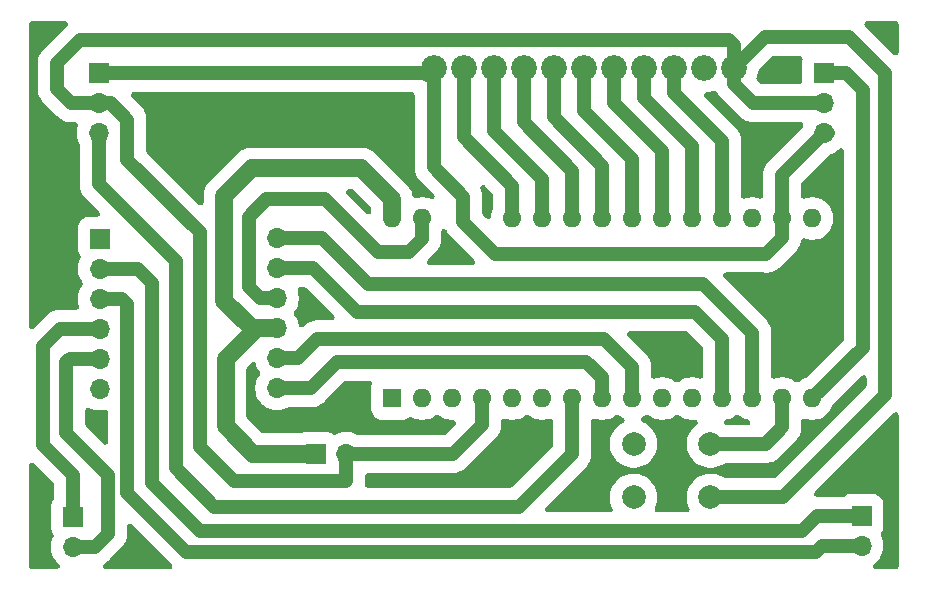
<source format=gbr>
%TF.GenerationSoftware,KiCad,Pcbnew,9.0.3*%
%TF.CreationDate,2025-09-16T13:15:06-03:00*%
%TF.ProjectId,ProjetoSeguidorDeLinhaV2,50726f6a-6574-46f5-9365-677569646f72,rev?*%
%TF.SameCoordinates,Original*%
%TF.FileFunction,Copper,L2,Bot*%
%TF.FilePolarity,Positive*%
%FSLAX46Y46*%
G04 Gerber Fmt 4.6, Leading zero omitted, Abs format (unit mm)*
G04 Created by KiCad (PCBNEW 9.0.3) date 2025-09-16 13:15:06*
%MOMM*%
%LPD*%
G01*
G04 APERTURE LIST*
%TA.AperFunction,ComponentPad*%
%ADD10O,1.600000X1.600000*%
%TD*%
%TA.AperFunction,ComponentPad*%
%ADD11R,1.600000X1.600000*%
%TD*%
%TA.AperFunction,ComponentPad*%
%ADD12C,2.000000*%
%TD*%
%TA.AperFunction,ComponentPad*%
%ADD13O,1.700000X1.700000*%
%TD*%
%TA.AperFunction,ComponentPad*%
%ADD14R,1.700000X1.700000*%
%TD*%
%TA.AperFunction,ComponentPad*%
%ADD15C,2.184400*%
%TD*%
%TA.AperFunction,Conductor*%
%ADD16C,1.200000*%
%TD*%
%TA.AperFunction,Conductor*%
%ADD17C,1.500000*%
%TD*%
G04 APERTURE END LIST*
D10*
%TO.P,A1,30,VIN*%
%TO.N,Net-(A1-VIN)*%
X164050000Y-81770000D03*
%TO.P,A1,29,GND*%
%TO.N,GND*%
X166590000Y-81770000D03*
%TO.P,A1,26,A7*%
%TO.N,Net-(A1-A7)*%
X174210000Y-81770000D03*
%TO.P,A1,25,A6*%
%TO.N,Net-(A1-A6)*%
X176750000Y-81770000D03*
%TO.P,A1,24,A5*%
%TO.N,Net-(A1-A5)*%
X179290000Y-81770000D03*
%TO.P,A1,23,A4*%
%TO.N,Net-(A1-A4)*%
X181830000Y-81770000D03*
%TO.P,A1,22,A3*%
%TO.N,Net-(A1-A3)*%
X184370000Y-81770000D03*
%TO.P,A1,21,A2*%
%TO.N,Net-(A1-A2)*%
X186910000Y-81770000D03*
%TO.P,A1,20,A1*%
%TO.N,Net-(A1-A1)*%
X189450000Y-81770000D03*
%TO.P,A1,19,A0*%
%TO.N,Net-(A1-A0)*%
X191990000Y-81770000D03*
%TO.P,A1,18,AREF*%
%TO.N,unconnected-(A1-AREF-Pad18)*%
X194530000Y-81770000D03*
%TO.P,A1,17,3V3*%
%TO.N,Net-(A1-3V3)*%
X197070000Y-81770000D03*
%TO.P,A1,16,D13*%
%TO.N,unconnected-(A1-D13-Pad16)*%
X199610000Y-81770000D03*
%TO.P,A1,15,D12*%
%TO.N,Net-(A1-D12)*%
X199610000Y-97010000D03*
%TO.P,A1,14,D11*%
%TO.N,Net-(A1-D11)*%
X197070000Y-97010000D03*
%TO.P,A1,13,D10*%
%TO.N,Net-(A1-D10)*%
X194530000Y-97010000D03*
%TO.P,A1,12,D9*%
%TO.N,Net-(A1-D9)*%
X191990000Y-97010000D03*
%TO.P,A1,11,D8*%
%TO.N,unconnected-(A1-D8-Pad11)*%
X189450000Y-97010000D03*
%TO.P,A1,10,D7*%
%TO.N,unconnected-(A1-D7-Pad10)*%
X186910000Y-97010000D03*
%TO.P,A1,9,D6*%
%TO.N,Net-(A1-D6)*%
X184370000Y-97010000D03*
%TO.P,A1,8,D5*%
%TO.N,Net-(A1-D5)*%
X181830000Y-97010000D03*
%TO.P,A1,7,D4*%
%TO.N,Net-(A1-D4)*%
X179290000Y-97010000D03*
%TO.P,A1,6,D3*%
%TO.N,unconnected-(A1-D3-Pad6)*%
X176750000Y-97010000D03*
%TO.P,A1,5,D2*%
%TO.N,unconnected-(A1-D2-Pad5)*%
X174210000Y-97010000D03*
%TO.P,A1,4,GND*%
%TO.N,GND*%
X171670000Y-97010000D03*
%TO.P,A1,3,~{RESET}*%
%TO.N,unconnected-(A1-~{RESET}-Pad3)*%
X169130000Y-97010000D03*
%TO.P,A1,2,D0/RX*%
%TO.N,unconnected-(A1-D0{slash}RX-Pad2)*%
X166590000Y-97010000D03*
D11*
%TO.P,A1,1,D1/TX*%
%TO.N,unconnected-(A1-D1{slash}TX-Pad1)*%
X164050000Y-97010000D03*
%TD*%
D12*
%TO.P,SW1,2,2*%
%TO.N,Net-(A1-D11)*%
X184500000Y-100870000D03*
X191000000Y-100870000D03*
%TO.P,SW1,1,1*%
%TO.N,GND*%
X184500000Y-105370000D03*
X191000000Y-105370000D03*
%TD*%
D13*
%TO.P,J5,2,Pin_2*%
%TO.N,Net-(J5-Pin_2)*%
X203800000Y-109465000D03*
D14*
%TO.P,J5,1,Pin_1*%
%TO.N,Net-(J5-Pin_1)*%
X203800000Y-106925000D03*
%TD*%
D13*
%TO.P,J4,2,Pin_2*%
%TO.N,Net-(J4-Pin_2)*%
X137010000Y-109585000D03*
D14*
%TO.P,J4,1,Pin_1*%
%TO.N,Net-(J4-Pin_1)*%
X137010000Y-107045000D03*
%TD*%
%TO.P,J3,1,Pin_1*%
%TO.N,Net-(A1-D12)*%
X200600000Y-69460000D03*
D13*
%TO.P,J3,2,Pin_2*%
%TO.N,GND*%
X200600000Y-72000000D03*
%TO.P,J3,3,Pin_3*%
%TO.N,Net-(A1-3V3)*%
X200600000Y-74540000D03*
%TD*%
D14*
%TO.P,U2,1,~{SLEEP}*%
%TO.N,unconnected-(U2-~{SLEEP}-Pad1)*%
X139303000Y-83474500D03*
D13*
%TO.P,U2,2,IN4*%
%TO.N,Net-(A1-D10)*%
X154303000Y-83445500D03*
%TO.P,U2,3,OUT1*%
%TO.N,Net-(J5-Pin_1)*%
X139303000Y-86014500D03*
%TO.P,U2,4,IN3*%
%TO.N,Net-(A1-D9)*%
X154303000Y-85985500D03*
%TO.P,U2,5,OUT2*%
%TO.N,Net-(J5-Pin_2)*%
X139303000Y-88554500D03*
%TO.P,U2,6,GND*%
%TO.N,GND*%
X154303000Y-88525500D03*
%TO.P,U2,7,OUT3*%
%TO.N,Net-(J4-Pin_1)*%
X139303000Y-91094500D03*
%TO.P,U2,8,VINT*%
%TO.N,Net-(A1-VIN)*%
X154303000Y-91065500D03*
%TO.P,U2,9,OUT4*%
%TO.N,Net-(J4-Pin_2)*%
X139303000Y-93634500D03*
%TO.P,U2,10,IN2*%
%TO.N,Net-(A1-D6)*%
X154303000Y-93605500D03*
%TO.P,U2,11,~{FAULT}*%
%TO.N,unconnected-(U2-~{FAULT}-Pad11)*%
X139303000Y-96174500D03*
%TO.P,U2,12,IN1*%
%TO.N,Net-(A1-D5)*%
X154303000Y-96145500D03*
%TD*%
D14*
%TO.P,J1,1,Pin_1*%
%TO.N,Net-(A1-VIN)*%
X157625000Y-101700000D03*
D13*
%TO.P,J1,2,Pin_2*%
%TO.N,GND*%
X160165000Y-101700000D03*
%TD*%
D14*
%TO.P,J2,1,Pin_1*%
%TO.N,Net-(A1-3V3)*%
X139200000Y-69475000D03*
D13*
%TO.P,J2,2,Pin_2*%
%TO.N,GND*%
X139200000Y-72015000D03*
%TO.P,J2,3,Pin_3*%
%TO.N,Net-(A1-D4)*%
X139200000Y-74555000D03*
%TD*%
D15*
%TO.P,U1,3V3,3V3*%
%TO.N,Net-(A1-3V3)*%
X167560000Y-69000000D03*
%TO.P,U1,GND,GND*%
%TO.N,GND*%
X192980000Y-69000000D03*
%TO.P,U1,LED1,LED1*%
%TO.N,Net-(A1-A0)*%
X187920000Y-69000000D03*
%TO.P,U1,LED2,LED2*%
%TO.N,Net-(A1-A1)*%
X185380000Y-69000000D03*
%TO.P,U1,LED3,LED3*%
%TO.N,Net-(A1-A2)*%
X182840000Y-69000000D03*
%TO.P,U1,LED4,LED4*%
%TO.N,Net-(A1-A3)*%
X180300000Y-69000000D03*
%TO.P,U1,LED5,LED5*%
%TO.N,Net-(A1-A4)*%
X177760000Y-69000000D03*
%TO.P,U1,LED6,LED6*%
%TO.N,Net-(A1-A5)*%
X175220000Y-69000000D03*
%TO.P,U1,LED7,LED7*%
%TO.N,Net-(A1-A6)*%
X172680000Y-69000000D03*
%TO.P,U1,LED8,LED8*%
%TO.N,Net-(A1-A7)*%
X170140000Y-69000000D03*
%TO.P,U1,LED_ON,LED_ON*%
%TO.N,unconnected-(U1-PadLED_ON)*%
X190460000Y-69000000D03*
%TD*%
D16*
%TO.N,GND*%
X205820000Y-69460000D02*
X202760000Y-66400000D01*
X205820000Y-96680000D02*
X205820000Y-69460000D01*
X202760000Y-66400000D02*
X195580000Y-66400000D01*
X195580000Y-66400000D02*
X192980000Y-69000000D01*
X197130000Y-105370000D02*
X205820000Y-96680000D01*
X191000000Y-105370000D02*
X197130000Y-105370000D01*
%TO.N,Net-(A1-D12)*%
X202470000Y-69460000D02*
X200600000Y-69460000D01*
X203920000Y-70910000D02*
X202470000Y-69460000D01*
X203920000Y-92700000D02*
X203920000Y-70910000D01*
X199610000Y-97010000D02*
X203920000Y-92700000D01*
%TO.N,Net-(J5-Pin_1)*%
X142514500Y-86014500D02*
X139303000Y-86014500D01*
X147750000Y-108220000D02*
X143710000Y-104180000D01*
X198730000Y-108220000D02*
X147750000Y-108220000D01*
X143710000Y-87210000D02*
X142514500Y-86014500D01*
X200025000Y-106925000D02*
X198730000Y-108220000D01*
X203800000Y-106925000D02*
X200025000Y-106925000D01*
X143710000Y-104180000D02*
X143710000Y-87210000D01*
%TO.N,Net-(J5-Pin_2)*%
X141630000Y-89030000D02*
X141154500Y-88554500D01*
X146610000Y-109990000D02*
X141630000Y-105010000D01*
X141630000Y-105010000D02*
X141630000Y-89030000D01*
X200445000Y-109465000D02*
X199920000Y-109990000D01*
X141154500Y-88554500D02*
X139303000Y-88554500D01*
X203800000Y-109465000D02*
X200445000Y-109465000D01*
X199920000Y-109990000D02*
X146610000Y-109990000D01*
%TO.N,Net-(A1-D4)*%
X145720000Y-85410000D02*
X139200000Y-78890000D01*
X145720000Y-102900000D02*
X145720000Y-85410000D01*
X148990000Y-106170000D02*
X145720000Y-102900000D01*
X174830000Y-106170000D02*
X148990000Y-106170000D01*
X179290000Y-101710000D02*
X174830000Y-106170000D01*
X179290000Y-97010000D02*
X179290000Y-101710000D01*
X139200000Y-78890000D02*
X139200000Y-74555000D01*
%TO.N,GND*%
X140245000Y-72025000D02*
X140255000Y-72015000D01*
X140255000Y-72015000D02*
X139200000Y-72015000D01*
X141640000Y-73420000D02*
X140245000Y-72025000D01*
X147760000Y-82910000D02*
X141640000Y-76790000D01*
X160110000Y-103990000D02*
X150640000Y-103990000D01*
X160165000Y-103935000D02*
X160110000Y-103990000D01*
X147760000Y-101110000D02*
X147760000Y-82910000D01*
X141640000Y-76790000D02*
X141640000Y-73420000D01*
X160165000Y-101700000D02*
X160165000Y-103935000D01*
X150640000Y-103990000D02*
X147760000Y-101110000D01*
%TO.N,Net-(A1-A1)*%
X189450000Y-75650000D02*
X185380000Y-71580000D01*
X189450000Y-81770000D02*
X189450000Y-75650000D01*
X185380000Y-71580000D02*
X185380000Y-69000000D01*
%TO.N,Net-(A1-A3)*%
X180280000Y-72650000D02*
X184370000Y-76740000D01*
X184370000Y-76740000D02*
X184370000Y-81770000D01*
X180280000Y-69000000D02*
X180280000Y-72650000D01*
%TO.N,GND*%
X194600000Y-72000000D02*
X200600000Y-72000000D01*
X154303000Y-88525500D02*
X152875500Y-88525500D01*
X162850000Y-84600000D02*
X165500000Y-84600000D01*
X192980000Y-69000000D02*
X192980000Y-67080000D01*
X151900000Y-87550000D02*
X151900000Y-81620000D01*
X171670000Y-99230000D02*
X171670000Y-97010000D01*
X137600000Y-66670000D02*
X135660000Y-68610000D01*
X169200000Y-101700000D02*
X171670000Y-99230000D01*
X160165000Y-101700000D02*
X169200000Y-101700000D01*
X192980000Y-69000000D02*
X192980000Y-70380000D01*
X192980000Y-70380000D02*
X194600000Y-72000000D01*
X151900000Y-81620000D02*
X153370000Y-80150000D01*
X192570000Y-66670000D02*
X137600000Y-66670000D01*
X193280000Y-68680000D02*
X193300000Y-68680000D01*
X152875500Y-88525500D02*
X151900000Y-87550000D01*
X165500000Y-84600000D02*
X166590000Y-83510000D01*
X153370000Y-80150000D02*
X158400000Y-80150000D01*
X193300000Y-68680000D02*
X192980000Y-69000000D01*
X192980000Y-67080000D02*
X192570000Y-66670000D01*
X166590000Y-83510000D02*
X166590000Y-81770000D01*
X135660000Y-70810000D02*
X136865000Y-72015000D01*
X136865000Y-72015000D02*
X139200000Y-72015000D01*
X158400000Y-80150000D02*
X162850000Y-84600000D01*
X135660000Y-68610000D02*
X135660000Y-70810000D01*
%TO.N,Net-(A1-D6)*%
X184370000Y-94370000D02*
X184370000Y-97010000D01*
X182000000Y-92000000D02*
X184370000Y-94370000D01*
X154318500Y-93590000D02*
X156100000Y-93590000D01*
X157690000Y-92000000D02*
X182000000Y-92000000D01*
X154303000Y-93605500D02*
X154318500Y-93590000D01*
X156100000Y-93590000D02*
X157690000Y-92000000D01*
%TO.N,Net-(A1-D5)*%
X181830000Y-95230000D02*
X180500000Y-93900000D01*
X181830000Y-97010000D02*
X181830000Y-95230000D01*
X157154500Y-96145500D02*
X154303000Y-96145500D01*
X180500000Y-93900000D02*
X159400000Y-93900000D01*
X159400000Y-93900000D02*
X157154500Y-96145500D01*
D17*
%TO.N,Net-(A1-VIN)*%
X149830000Y-88750000D02*
X152145500Y-91065500D01*
X152145500Y-91065500D02*
X152574500Y-91065500D01*
X164050000Y-81770000D02*
X164050000Y-80140000D01*
X161430000Y-77520000D02*
X152150000Y-77520000D01*
X157625000Y-101700000D02*
X152310000Y-101700000D01*
X152310000Y-101700000D02*
X149960000Y-99350000D01*
X152574500Y-91065500D02*
X154303000Y-91065500D01*
X164050000Y-80140000D02*
X161430000Y-77520000D01*
X149830000Y-79840000D02*
X149830000Y-88750000D01*
X149960000Y-93680000D02*
X152574500Y-91065500D01*
X149960000Y-99350000D02*
X149960000Y-93680000D01*
X152150000Y-77520000D02*
X149830000Y-79840000D01*
D16*
%TO.N,Net-(A1-A0)*%
X191990000Y-81770000D02*
X191990000Y-75220000D01*
X191990000Y-75220000D02*
X187920000Y-71150000D01*
X187920000Y-71150000D02*
X187920000Y-69000000D01*
%TO.N,Net-(A1-D4)*%
X139200000Y-74555000D02*
X139255000Y-74610000D01*
%TO.N,Net-(A1-D9)*%
X161100000Y-89700000D02*
X157385500Y-85985500D01*
X191990000Y-91990000D02*
X189700000Y-89700000D01*
X191990000Y-97010000D02*
X191990000Y-91990000D01*
X157385500Y-85985500D02*
X154303000Y-85985500D01*
X189700000Y-89700000D02*
X161100000Y-89700000D01*
%TO.N,Net-(A1-A5)*%
X175200000Y-73640000D02*
X179290000Y-77730000D01*
X179290000Y-77730000D02*
X179290000Y-81770000D01*
X175200000Y-69000000D02*
X175200000Y-73640000D01*
%TO.N,Net-(A1-A2)*%
X186910000Y-76090000D02*
X186910000Y-81770000D01*
X182820000Y-69000000D02*
X182820000Y-72000000D01*
X182820000Y-72000000D02*
X186910000Y-76090000D01*
%TO.N,Net-(A1-A4)*%
X181830000Y-77300000D02*
X181830000Y-81770000D01*
X177740000Y-73210000D02*
X181830000Y-77300000D01*
X177740000Y-69000000D02*
X177740000Y-73210000D01*
%TO.N,Net-(A1-3V3)*%
X172750000Y-84740000D02*
X170090000Y-82080000D01*
X197070000Y-81770000D02*
X197070000Y-83430000D01*
X195740000Y-84760000D02*
X195720000Y-84740000D01*
X167560000Y-77430000D02*
X167560000Y-69000000D01*
X170090000Y-79960000D02*
X167560000Y-77430000D01*
X197120000Y-81720000D02*
X197070000Y-81770000D01*
X197070000Y-78070000D02*
X200600000Y-74540000D01*
X197070000Y-81770000D02*
X197070000Y-78070000D01*
D17*
X167085000Y-69475000D02*
X167560000Y-69000000D01*
D16*
X195720000Y-84740000D02*
X172750000Y-84740000D01*
X139200000Y-69475000D02*
X167085000Y-69475000D01*
X200600000Y-74540000D02*
X200940000Y-74540000D01*
X170090000Y-82080000D02*
X170090000Y-79960000D01*
X197070000Y-83430000D02*
X195740000Y-84760000D01*
%TO.N,Net-(A1-A6)*%
X172660000Y-69000000D02*
X172660000Y-74360000D01*
X176750000Y-78450000D02*
X176750000Y-81770000D01*
X172660000Y-74360000D02*
X176750000Y-78450000D01*
%TO.N,Net-(A1-A7)*%
X170120000Y-74910000D02*
X174210000Y-79000000D01*
X170120000Y-69000000D02*
X170120000Y-74910000D01*
X174210000Y-79000000D02*
X174210000Y-81770000D01*
%TO.N,Net-(A1-D10)*%
X158145500Y-83445500D02*
X162000000Y-87300000D01*
X162000000Y-87300000D02*
X190400000Y-87300000D01*
X190400000Y-87300000D02*
X194530000Y-91430000D01*
X194530000Y-91430000D02*
X194530000Y-97010000D01*
X154303000Y-83445500D02*
X158145500Y-83445500D01*
%TO.N,Net-(J4-Pin_1)*%
X134480000Y-92580000D02*
X134480000Y-100980000D01*
X135965500Y-91094500D02*
X134480000Y-92580000D01*
X139303000Y-91094500D02*
X135965500Y-91094500D01*
X134480000Y-100980000D02*
X137010000Y-103510000D01*
X137010000Y-103510000D02*
X137010000Y-107045000D01*
%TO.N,Net-(J4-Pin_2)*%
X140000000Y-108500000D02*
X138915000Y-109585000D01*
X136470000Y-99970000D02*
X140000000Y-103500000D01*
X140000000Y-103500000D02*
X140000000Y-108500000D01*
X138915000Y-109585000D02*
X137010000Y-109585000D01*
X136785500Y-93634500D02*
X136470000Y-93950000D01*
X139303000Y-93634500D02*
X136785500Y-93634500D01*
X136470000Y-93950000D02*
X136470000Y-99970000D01*
%TO.N,Net-(A1-D11)*%
X195670000Y-100870000D02*
X197070000Y-99470000D01*
X191000000Y-100870000D02*
X195670000Y-100870000D01*
X197070000Y-99470000D02*
X197070000Y-97010000D01*
%TD*%
%TA.AperFunction,NonConductor*%
G36*
X206785788Y-65069454D02*
G01*
X206866570Y-65123430D01*
X206920546Y-65204212D01*
X206939500Y-65299500D01*
X206939500Y-67714912D01*
X206920546Y-67810200D01*
X206866570Y-67890982D01*
X206785788Y-67944958D01*
X206690500Y-67963912D01*
X206595212Y-67944958D01*
X206514430Y-67890982D01*
X206012654Y-67389206D01*
X204099016Y-65475567D01*
X204045042Y-65394788D01*
X204026088Y-65299500D01*
X204045042Y-65204212D01*
X204099018Y-65123430D01*
X204179800Y-65069454D01*
X204275088Y-65050500D01*
X206690500Y-65050500D01*
X206785788Y-65069454D01*
G37*
%TD.AperFunction*%
%TA.AperFunction,NonConductor*%
G36*
X198648796Y-68019454D02*
G01*
X198729578Y-68073430D01*
X198783554Y-68154212D01*
X198802508Y-68249500D01*
X198792901Y-68317994D01*
X198760114Y-68432582D01*
X198749500Y-68551963D01*
X198749500Y-69409141D01*
X198749501Y-70150500D01*
X198730547Y-70245788D01*
X198676571Y-70326569D01*
X198595789Y-70380546D01*
X198500501Y-70399500D01*
X195366089Y-70399500D01*
X195270801Y-70380546D01*
X195190019Y-70326570D01*
X194958085Y-70094636D01*
X194904109Y-70013854D01*
X194885155Y-69918566D01*
X194904109Y-69823278D01*
X194904109Y-69823277D01*
X194965892Y-69674120D01*
X195036893Y-69409141D01*
X195056574Y-69259640D01*
X195087803Y-69167644D01*
X195127375Y-69116073D01*
X196170020Y-68073430D01*
X196250801Y-68019454D01*
X196346089Y-68000500D01*
X198553508Y-68000500D01*
X198648796Y-68019454D01*
G37*
%TD.AperFunction*%
%TA.AperFunction,NonConductor*%
G36*
X191350859Y-70940073D02*
G01*
X191389571Y-70944655D01*
X191398206Y-70949491D01*
X191407913Y-70951422D01*
X191440325Y-70973078D01*
X191474338Y-70992127D01*
X191480465Y-70999899D01*
X191488695Y-71005398D01*
X191534486Y-71068422D01*
X191549767Y-71098414D01*
X191611132Y-71218848D01*
X191732298Y-71385618D01*
X191732300Y-71385623D01*
X191759200Y-71422648D01*
X191759202Y-71422650D01*
X191759204Y-71422652D01*
X191759207Y-71422656D01*
X193379207Y-73042656D01*
X193379206Y-73042656D01*
X193557341Y-73220790D01*
X193557344Y-73220793D01*
X193761155Y-73368870D01*
X193985621Y-73483241D01*
X194225215Y-73561090D01*
X194312729Y-73574951D01*
X194474028Y-73600499D01*
X194474035Y-73600499D01*
X194474038Y-73600500D01*
X194725962Y-73600500D01*
X198613533Y-73600500D01*
X198648149Y-73607385D01*
X198683308Y-73610476D01*
X198695423Y-73616788D01*
X198708821Y-73619454D01*
X198738167Y-73639062D01*
X198769467Y-73655372D01*
X198778243Y-73665839D01*
X198789603Y-73673430D01*
X198809212Y-73702778D01*
X198831887Y-73729823D01*
X198835989Y-73742853D01*
X198843579Y-73754212D01*
X198850464Y-73788827D01*
X198861064Y-73822493D01*
X198859431Y-73833908D01*
X198862533Y-73849500D01*
X198852557Y-73919275D01*
X198848764Y-73932267D01*
X198843946Y-73943900D01*
X198828037Y-74003271D01*
X198827254Y-74005954D01*
X198806057Y-74046631D01*
X198785772Y-74087765D01*
X198782942Y-74090991D01*
X198782358Y-74092113D01*
X198780850Y-74093376D01*
X198764300Y-74112249D01*
X196027344Y-76849207D01*
X196027343Y-76849206D01*
X195849209Y-77027341D01*
X195849206Y-77027345D01*
X195701134Y-77231148D01*
X195586757Y-77455625D01*
X195508909Y-77695217D01*
X195469500Y-77944028D01*
X195469500Y-79837652D01*
X195450546Y-79932940D01*
X195396570Y-80013722D01*
X195315788Y-80067698D01*
X195220500Y-80086652D01*
X195125215Y-80067699D01*
X195109997Y-80061395D01*
X195109989Y-80061393D01*
X194882014Y-80000307D01*
X194882007Y-80000306D01*
X194648011Y-79969500D01*
X194411989Y-79969500D01*
X194177992Y-80000306D01*
X194177990Y-80000306D01*
X194177986Y-80000307D01*
X194060707Y-80031732D01*
X193950010Y-80061393D01*
X193950002Y-80061395D01*
X193934785Y-80067699D01*
X193839497Y-80086652D01*
X193744209Y-80067697D01*
X193663428Y-80013719D01*
X193609453Y-79932937D01*
X193590500Y-79837652D01*
X193590500Y-75094040D01*
X193590499Y-75094028D01*
X193551090Y-74845217D01*
X193551090Y-74845215D01*
X193473241Y-74605621D01*
X193358870Y-74381155D01*
X193210793Y-74177344D01*
X193124440Y-74090991D01*
X193032656Y-73999206D01*
X193032656Y-73999207D01*
X190537979Y-71504530D01*
X190484003Y-71423748D01*
X190465049Y-71328460D01*
X190484003Y-71233172D01*
X190537979Y-71152390D01*
X190618761Y-71098414D01*
X190681545Y-71081590D01*
X190869141Y-71056893D01*
X191134120Y-70985892D01*
X191217339Y-70951421D01*
X191255574Y-70943816D01*
X191293090Y-70933236D01*
X191302916Y-70934399D01*
X191312625Y-70932468D01*
X191350859Y-70940073D01*
G37*
%TD.AperFunction*%
%TA.AperFunction,NonConductor*%
G36*
X165805788Y-71094454D02*
G01*
X165886570Y-71148430D01*
X165940546Y-71229212D01*
X165959500Y-71324500D01*
X165959500Y-77555971D01*
X165998909Y-77804782D01*
X166076757Y-78044374D01*
X166076759Y-78044379D01*
X166191130Y-78268846D01*
X166285628Y-78398910D01*
X166285629Y-78398911D01*
X166339208Y-78472657D01*
X167578735Y-79712184D01*
X167632711Y-79792966D01*
X167651665Y-79888254D01*
X167632711Y-79983542D01*
X167578735Y-80064324D01*
X167497953Y-80118300D01*
X167402665Y-80137254D01*
X167307378Y-80118300D01*
X167169998Y-80061396D01*
X167169997Y-80061395D01*
X167169993Y-80061394D01*
X166942014Y-80000307D01*
X166942007Y-80000306D01*
X166708011Y-79969500D01*
X166471989Y-79969500D01*
X166237990Y-80000306D01*
X166086487Y-80040901D01*
X166038231Y-80044063D01*
X165990267Y-80047349D01*
X165989914Y-80047230D01*
X165989540Y-80047255D01*
X165943813Y-80031732D01*
X165898177Y-80016391D01*
X165897895Y-80016145D01*
X165897541Y-80016025D01*
X165861209Y-79984162D01*
X165824944Y-79952547D01*
X165824820Y-79952250D01*
X165824496Y-79951966D01*
X165781717Y-79865538D01*
X165777352Y-79849437D01*
X165770549Y-79797761D01*
X165711158Y-79576114D01*
X165694385Y-79535621D01*
X165627765Y-79374784D01*
X165623345Y-79364113D01*
X165569297Y-79270500D01*
X165565997Y-79264785D01*
X165508613Y-79165392D01*
X165508605Y-79165379D01*
X165430906Y-79064121D01*
X165430897Y-79064110D01*
X165386195Y-79005853D01*
X165368920Y-78983339D01*
X162586661Y-76201080D01*
X162488320Y-76125621D01*
X162431388Y-76081935D01*
X162404614Y-76061390D01*
X162404602Y-76061383D01*
X162205893Y-75946658D01*
X162205882Y-75946653D01*
X161993887Y-75858842D01*
X161993876Y-75858839D01*
X161884380Y-75829500D01*
X161884378Y-75829499D01*
X161884376Y-75829498D01*
X161791804Y-75804694D01*
X161772239Y-75799452D01*
X161745779Y-75795968D01*
X161745764Y-75795966D01*
X161745764Y-75795965D01*
X161544734Y-75769500D01*
X152035266Y-75769500D01*
X151834228Y-75795967D01*
X151834226Y-75795967D01*
X151807770Y-75799450D01*
X151807757Y-75799453D01*
X151695619Y-75829500D01*
X151695618Y-75829499D01*
X151586119Y-75858839D01*
X151374117Y-75946653D01*
X151374106Y-75946658D01*
X151175387Y-76061388D01*
X151175386Y-76061389D01*
X151175387Y-76061390D01*
X150993338Y-76201081D01*
X150993334Y-76201084D01*
X148511078Y-78683341D01*
X148449158Y-78764038D01*
X148371389Y-78865387D01*
X148371383Y-78865397D01*
X148256658Y-79064106D01*
X148256656Y-79064111D01*
X148168841Y-79276114D01*
X148109451Y-79497765D01*
X148079500Y-79725266D01*
X148079500Y-80364911D01*
X148060546Y-80460199D01*
X148006570Y-80540981D01*
X147925788Y-80594957D01*
X147830500Y-80613911D01*
X147735212Y-80594957D01*
X147654430Y-80540981D01*
X143313430Y-76199981D01*
X143259454Y-76119199D01*
X143240500Y-76023911D01*
X143240500Y-73294040D01*
X143240499Y-73294028D01*
X143201090Y-73045217D01*
X143201090Y-73045215D01*
X143123241Y-72805621D01*
X143008870Y-72581155D01*
X142860793Y-72377344D01*
X142860790Y-72377341D01*
X142682656Y-72199206D01*
X142682656Y-72199207D01*
X141984019Y-71500570D01*
X141930043Y-71419788D01*
X141911089Y-71324500D01*
X141930043Y-71229212D01*
X141984019Y-71148430D01*
X142064801Y-71094454D01*
X142160089Y-71075500D01*
X165710500Y-71075500D01*
X165805788Y-71094454D01*
G37*
%TD.AperFunction*%
%TA.AperFunction,NonConductor*%
G36*
X160697067Y-79289454D02*
G01*
X160777849Y-79343430D01*
X162226570Y-80792151D01*
X162280546Y-80872933D01*
X162299500Y-80968221D01*
X162299500Y-81184911D01*
X162280546Y-81280199D01*
X162226570Y-81360981D01*
X162145788Y-81414957D01*
X162050500Y-81433911D01*
X161955212Y-81414957D01*
X161874430Y-81360981D01*
X160209019Y-79695570D01*
X160155043Y-79614788D01*
X160136089Y-79519500D01*
X160155043Y-79424212D01*
X160209019Y-79343430D01*
X160289801Y-79289454D01*
X160385089Y-79270500D01*
X160601779Y-79270500D01*
X160697067Y-79289454D01*
G37*
%TD.AperFunction*%
%TA.AperFunction,NonConductor*%
G36*
X171838921Y-78930752D02*
G01*
X171923688Y-78978224D01*
X171938046Y-78991495D01*
X172536570Y-79590019D01*
X172590546Y-79670801D01*
X172609500Y-79766089D01*
X172609500Y-80879486D01*
X172590546Y-80974773D01*
X172501396Y-81190001D01*
X172501394Y-81190007D01*
X172442662Y-81409199D01*
X172440306Y-81417991D01*
X172419091Y-81579134D01*
X172408620Y-81609978D01*
X172402267Y-81641920D01*
X172393141Y-81655577D01*
X172387861Y-81671133D01*
X172366387Y-81695618D01*
X172348291Y-81722702D01*
X172334630Y-81731829D01*
X172323802Y-81744177D01*
X172294592Y-81758581D01*
X172267509Y-81776678D01*
X172251398Y-81779882D01*
X172236666Y-81787148D01*
X172204163Y-81789278D01*
X172172221Y-81795632D01*
X172156111Y-81792427D01*
X172139719Y-81793502D01*
X172108874Y-81783031D01*
X172076933Y-81776678D01*
X172063275Y-81767552D01*
X172047720Y-81762272D01*
X171996151Y-81722702D01*
X171763430Y-81489981D01*
X171709454Y-81409199D01*
X171690500Y-81313911D01*
X171690500Y-79834040D01*
X171690499Y-79834028D01*
X171651090Y-79585217D01*
X171651090Y-79585215D01*
X171573241Y-79345621D01*
X171540116Y-79280609D01*
X171513744Y-79187102D01*
X171525163Y-79090620D01*
X171572635Y-79005853D01*
X171648932Y-78945705D01*
X171742439Y-78919333D01*
X171838921Y-78930752D01*
G37*
%TD.AperFunction*%
%TA.AperFunction,NonConductor*%
G36*
X168466466Y-82670947D02*
G01*
X168493953Y-82671611D01*
X168513655Y-82680334D01*
X168534788Y-82684538D01*
X168557647Y-82699812D01*
X168582790Y-82710944D01*
X168597654Y-82726543D01*
X168615570Y-82738514D01*
X168636463Y-82767271D01*
X168649812Y-82781280D01*
X168656058Y-82791135D01*
X168721130Y-82918845D01*
X168840912Y-83083711D01*
X168845557Y-83090104D01*
X168869207Y-83122656D01*
X171020981Y-85274430D01*
X171074957Y-85355212D01*
X171093911Y-85450500D01*
X171074957Y-85545788D01*
X171020981Y-85626570D01*
X170940199Y-85680546D01*
X170844911Y-85699500D01*
X167265089Y-85699500D01*
X167169801Y-85680546D01*
X167089019Y-85626570D01*
X167035043Y-85545788D01*
X167016089Y-85450500D01*
X167035043Y-85355212D01*
X167089019Y-85274430D01*
X167382666Y-84980783D01*
X167810793Y-84552656D01*
X167883916Y-84452010D01*
X167958870Y-84348845D01*
X168073241Y-84124379D01*
X168151090Y-83884785D01*
X168171881Y-83753513D01*
X168190499Y-83635971D01*
X168190500Y-83635959D01*
X168190500Y-82914584D01*
X168195863Y-82887617D01*
X168196527Y-82860131D01*
X168205250Y-82840428D01*
X168209454Y-82819296D01*
X168224728Y-82796436D01*
X168235860Y-82771294D01*
X168251459Y-82756429D01*
X168263430Y-82738514D01*
X168286291Y-82723238D01*
X168306196Y-82704272D01*
X168326296Y-82696508D01*
X168344212Y-82684538D01*
X168371177Y-82679174D01*
X168396826Y-82669268D01*
X168418366Y-82669787D01*
X168439500Y-82665584D01*
X168466466Y-82670947D01*
G37*
%TD.AperFunction*%
%TA.AperFunction,NonConductor*%
G36*
X156714699Y-87604954D02*
G01*
X156795481Y-87658930D01*
X159110981Y-89974430D01*
X159164957Y-90055212D01*
X159183911Y-90150500D01*
X159164957Y-90245788D01*
X159110981Y-90326570D01*
X159030199Y-90380546D01*
X158934911Y-90399500D01*
X157815962Y-90399500D01*
X157564038Y-90399500D01*
X157564035Y-90399500D01*
X157564026Y-90399501D01*
X157315218Y-90438908D01*
X157075626Y-90516756D01*
X157075622Y-90516757D01*
X157075622Y-90516758D01*
X156851156Y-90631129D01*
X156851154Y-90631130D01*
X156851149Y-90631133D01*
X156647342Y-90779208D01*
X156647337Y-90779212D01*
X156548789Y-90877760D01*
X156468007Y-90931736D01*
X156372719Y-90950690D01*
X156277431Y-90931736D01*
X156196650Y-90877759D01*
X156142674Y-90796977D01*
X156125850Y-90734187D01*
X156121838Y-90703711D01*
X156102390Y-90631129D01*
X156059059Y-90469417D01*
X156059057Y-90469411D01*
X156059054Y-90469400D01*
X155999892Y-90326570D01*
X155966229Y-90245298D01*
X155966221Y-90245282D01*
X155880971Y-90097626D01*
X155844936Y-90035211D01*
X155777308Y-89947076D01*
X155734341Y-89859946D01*
X155727986Y-89762999D01*
X155759216Y-89671000D01*
X155777301Y-89643931D01*
X155844936Y-89555789D01*
X155966224Y-89345712D01*
X155968476Y-89340277D01*
X156043681Y-89158713D01*
X156059054Y-89121600D01*
X156121838Y-88887289D01*
X156153500Y-88646788D01*
X156153500Y-88404212D01*
X156121838Y-88163711D01*
X156108121Y-88112521D01*
X156059059Y-87929417D01*
X156059056Y-87929410D01*
X156059054Y-87929400D01*
X156059049Y-87929389D01*
X156056437Y-87921693D01*
X156057630Y-87921287D01*
X156049171Y-87878760D01*
X156040467Y-87835012D01*
X156040468Y-87835005D01*
X156040467Y-87835000D01*
X156049166Y-87791262D01*
X156059416Y-87739723D01*
X156059420Y-87739717D01*
X156059421Y-87739712D01*
X156088663Y-87695946D01*
X156113389Y-87658939D01*
X156113392Y-87658936D01*
X156113397Y-87658930D01*
X156162555Y-87626083D01*
X156194168Y-87604959D01*
X156194173Y-87604958D01*
X156194179Y-87604954D01*
X156245706Y-87594704D01*
X156289455Y-87586000D01*
X156619411Y-87586000D01*
X156714699Y-87604954D01*
G37*
%TD.AperFunction*%
%TA.AperFunction,NonConductor*%
G36*
X136450200Y-65069454D02*
G01*
X136530982Y-65123430D01*
X136584958Y-65204212D01*
X136603912Y-65299500D01*
X136584958Y-65394788D01*
X136530984Y-65475566D01*
X134617344Y-67389207D01*
X134617343Y-67389206D01*
X134439209Y-67567341D01*
X134439206Y-67567345D01*
X134291134Y-67771148D01*
X134176757Y-67995625D01*
X134098909Y-68235217D01*
X134059500Y-68484028D01*
X134059500Y-70935971D01*
X134098909Y-71184782D01*
X134176196Y-71422648D01*
X134176759Y-71424379D01*
X134291130Y-71648845D01*
X134375070Y-71764379D01*
X134439207Y-71852656D01*
X135644207Y-73057656D01*
X135644206Y-73057656D01*
X135807341Y-73220790D01*
X135822344Y-73235793D01*
X136026155Y-73383870D01*
X136250621Y-73498241D01*
X136490215Y-73576090D01*
X136577729Y-73589951D01*
X136739028Y-73615499D01*
X136739035Y-73615499D01*
X136739038Y-73615500D01*
X137213533Y-73615500D01*
X137308821Y-73634454D01*
X137389603Y-73688430D01*
X137443579Y-73769212D01*
X137462533Y-73864500D01*
X137445369Y-73950787D01*
X137446563Y-73951193D01*
X137443940Y-73958917D01*
X137381163Y-74193204D01*
X137381162Y-74193209D01*
X137349500Y-74433712D01*
X137349500Y-74676287D01*
X137381162Y-74916790D01*
X137381163Y-74916795D01*
X137443940Y-75151082D01*
X137443948Y-75151105D01*
X137536770Y-75375201D01*
X137536774Y-75375210D01*
X137555214Y-75407148D01*
X137566140Y-75426073D01*
X137597370Y-75518070D01*
X137599500Y-75550572D01*
X137599500Y-79015971D01*
X137638909Y-79264782D01*
X137665176Y-79345625D01*
X137716759Y-79504379D01*
X137831130Y-79728845D01*
X137831134Y-79728852D01*
X137858189Y-79766089D01*
X137881201Y-79797762D01*
X137979207Y-79932656D01*
X138626848Y-80580297D01*
X139245481Y-81198930D01*
X139299457Y-81279712D01*
X139318411Y-81375000D01*
X139299457Y-81470288D01*
X139245481Y-81551070D01*
X139164699Y-81605046D01*
X139069411Y-81624000D01*
X138394968Y-81624000D01*
X138394956Y-81624001D01*
X138275585Y-81634613D01*
X138079954Y-81690590D01*
X138079946Y-81690593D01*
X137899597Y-81784799D01*
X137899592Y-81784802D01*
X137741893Y-81913389D01*
X137741889Y-81913393D01*
X137613302Y-82071092D01*
X137613299Y-82071097D01*
X137519093Y-82251446D01*
X137519090Y-82251454D01*
X137463115Y-82447078D01*
X137463114Y-82447082D01*
X137452500Y-82566463D01*
X137452500Y-84382531D01*
X137452501Y-84382543D01*
X137463113Y-84501914D01*
X137519090Y-84697545D01*
X137519093Y-84697553D01*
X137613299Y-84877902D01*
X137613306Y-84877913D01*
X137627203Y-84894956D01*
X137672731Y-84980783D01*
X137681948Y-85077500D01*
X137653451Y-85170382D01*
X137649869Y-85176803D01*
X137639778Y-85194281D01*
X137639774Y-85194289D01*
X137546948Y-85418394D01*
X137546940Y-85418417D01*
X137484163Y-85652704D01*
X137484162Y-85652709D01*
X137452500Y-85893212D01*
X137452500Y-86135787D01*
X137484162Y-86376290D01*
X137484163Y-86376295D01*
X137546940Y-86610582D01*
X137546948Y-86610605D01*
X137639770Y-86834701D01*
X137639778Y-86834717D01*
X137761058Y-87044779D01*
X137761064Y-87044789D01*
X137828690Y-87132921D01*
X137871659Y-87220055D01*
X137878013Y-87317002D01*
X137846783Y-87409001D01*
X137828693Y-87436074D01*
X137761064Y-87524211D01*
X137761061Y-87524215D01*
X137761058Y-87524220D01*
X137639778Y-87734282D01*
X137639770Y-87734298D01*
X137546948Y-87958394D01*
X137546940Y-87958417D01*
X137484163Y-88192704D01*
X137484162Y-88192709D01*
X137452500Y-88433212D01*
X137452500Y-88675787D01*
X137484162Y-88916290D01*
X137484163Y-88916295D01*
X137546940Y-89150582D01*
X137549563Y-89158307D01*
X137548367Y-89158713D01*
X137565533Y-89244988D01*
X137546584Y-89340277D01*
X137492611Y-89421061D01*
X137411832Y-89475041D01*
X137316545Y-89494000D01*
X135839528Y-89494000D01*
X135590717Y-89533409D01*
X135351125Y-89611257D01*
X135351121Y-89611258D01*
X135351121Y-89611259D01*
X135126655Y-89725630D01*
X135126653Y-89725631D01*
X135126648Y-89725634D01*
X135012123Y-89808842D01*
X134922847Y-89873704D01*
X133745570Y-91050981D01*
X133664788Y-91104957D01*
X133569500Y-91123911D01*
X133474212Y-91104957D01*
X133393430Y-91050981D01*
X133339454Y-90970199D01*
X133320500Y-90874911D01*
X133320500Y-65299500D01*
X133339454Y-65204212D01*
X133393430Y-65123430D01*
X133474212Y-65069454D01*
X133569500Y-65050500D01*
X136354912Y-65050500D01*
X136450200Y-65069454D01*
G37*
%TD.AperFunction*%
%TA.AperFunction,NonConductor*%
G36*
X202165787Y-75808595D02*
G01*
X202246568Y-75862571D01*
X202300545Y-75943352D01*
X202319500Y-76038640D01*
X202319500Y-91933910D01*
X202300546Y-92029198D01*
X202246570Y-92109980D01*
X199107960Y-95248589D01*
X199027179Y-95302565D01*
X198811951Y-95391715D01*
X198811945Y-95391718D01*
X198607559Y-95509721D01*
X198607551Y-95509726D01*
X198491581Y-95598713D01*
X198404445Y-95641683D01*
X198307498Y-95648037D01*
X198215499Y-95616807D01*
X198188419Y-95598713D01*
X198085126Y-95519454D01*
X198072450Y-95509727D01*
X198072440Y-95509721D01*
X197868054Y-95391718D01*
X197868043Y-95391713D01*
X197707678Y-95325288D01*
X197649993Y-95301394D01*
X197422014Y-95240307D01*
X197422007Y-95240306D01*
X197188011Y-95209500D01*
X196951989Y-95209500D01*
X196717992Y-95240306D01*
X196717990Y-95240306D01*
X196717986Y-95240307D01*
X196545640Y-95286487D01*
X196490010Y-95301393D01*
X196490002Y-95301395D01*
X196474785Y-95307699D01*
X196379497Y-95326652D01*
X196284209Y-95307697D01*
X196203428Y-95253719D01*
X196149453Y-95172937D01*
X196130500Y-95077652D01*
X196130500Y-91304040D01*
X196130499Y-91304028D01*
X196091090Y-91055217D01*
X196091090Y-91055215D01*
X196013241Y-90815621D01*
X195898870Y-90591155D01*
X195750793Y-90387344D01*
X195690019Y-90326570D01*
X195572656Y-90209206D01*
X195572656Y-90209207D01*
X192129019Y-86765570D01*
X192075043Y-86684788D01*
X192056089Y-86589500D01*
X192075043Y-86494212D01*
X192129019Y-86413430D01*
X192209801Y-86359454D01*
X192305089Y-86340500D01*
X195468169Y-86340500D01*
X195507120Y-86343565D01*
X195575047Y-86354324D01*
X195614031Y-86360499D01*
X195614032Y-86360499D01*
X195614038Y-86360500D01*
X195614041Y-86360500D01*
X195865959Y-86360500D01*
X195865962Y-86360500D01*
X195865965Y-86360499D01*
X195865971Y-86360499D01*
X195983513Y-86341881D01*
X196114784Y-86321090D01*
X196354378Y-86243241D01*
X196578844Y-86128870D01*
X196782656Y-85980793D01*
X198290793Y-84472656D01*
X198305793Y-84452010D01*
X198438870Y-84268845D01*
X198553241Y-84044379D01*
X198631090Y-83804785D01*
X198654721Y-83655583D01*
X198688346Y-83564440D01*
X198754294Y-83493096D01*
X198842525Y-83452421D01*
X198939605Y-83448606D01*
X198995939Y-83464494D01*
X199030007Y-83478606D01*
X199257986Y-83539693D01*
X199491989Y-83570500D01*
X199728011Y-83570500D01*
X199962014Y-83539693D01*
X200189993Y-83478606D01*
X200408049Y-83388284D01*
X200612450Y-83270273D01*
X200799699Y-83126592D01*
X200966592Y-82959699D01*
X201110273Y-82772450D01*
X201228284Y-82568049D01*
X201318606Y-82349993D01*
X201379693Y-82122014D01*
X201410500Y-81888011D01*
X201410500Y-81651989D01*
X201379693Y-81417986D01*
X201318606Y-81190007D01*
X201228284Y-80971951D01*
X201226130Y-80968221D01*
X201110278Y-80767559D01*
X201110272Y-80767549D01*
X200966592Y-80580301D01*
X200799699Y-80413408D01*
X200612450Y-80269727D01*
X200549499Y-80233382D01*
X200408054Y-80151718D01*
X200408043Y-80151713D01*
X200250971Y-80086652D01*
X200189993Y-80061394D01*
X199962014Y-80000307D01*
X199962007Y-80000306D01*
X199728011Y-79969500D01*
X199491989Y-79969500D01*
X199257992Y-80000306D01*
X199257990Y-80000306D01*
X199257986Y-80000307D01*
X199140707Y-80031732D01*
X199030010Y-80061393D01*
X199030002Y-80061395D01*
X199014785Y-80067699D01*
X198919497Y-80086652D01*
X198824209Y-80067697D01*
X198743428Y-80013719D01*
X198689453Y-79932937D01*
X198670500Y-79837652D01*
X198670500Y-78836088D01*
X198689454Y-78740800D01*
X198743428Y-78660020D01*
X201027751Y-76375696D01*
X201108530Y-76321723D01*
X201139372Y-76311253D01*
X201196100Y-76296054D01*
X201420212Y-76203224D01*
X201630289Y-76081936D01*
X201822738Y-75934265D01*
X201894429Y-75862574D01*
X201975210Y-75808597D01*
X202070498Y-75789642D01*
X202165787Y-75808595D01*
G37*
%TD.AperFunction*%
%TA.AperFunction,NonConductor*%
G36*
X189029199Y-91319454D02*
G01*
X189109981Y-91373430D01*
X190316570Y-92580019D01*
X190370546Y-92660801D01*
X190389500Y-92756089D01*
X190389500Y-95077652D01*
X190370546Y-95172940D01*
X190316570Y-95253722D01*
X190235788Y-95307698D01*
X190140500Y-95326652D01*
X190045215Y-95307699D01*
X190029997Y-95301395D01*
X190029989Y-95301393D01*
X189802014Y-95240307D01*
X189802007Y-95240306D01*
X189568011Y-95209500D01*
X189331989Y-95209500D01*
X189097992Y-95240306D01*
X189097990Y-95240306D01*
X189097986Y-95240307D01*
X188925640Y-95286487D01*
X188870010Y-95301393D01*
X188870007Y-95301394D01*
X188651956Y-95391713D01*
X188651945Y-95391718D01*
X188447559Y-95509721D01*
X188447551Y-95509726D01*
X188331581Y-95598713D01*
X188244445Y-95641683D01*
X188147498Y-95648037D01*
X188055499Y-95616807D01*
X188028419Y-95598713D01*
X187925126Y-95519454D01*
X187912450Y-95509727D01*
X187912440Y-95509721D01*
X187708054Y-95391718D01*
X187708043Y-95391713D01*
X187547678Y-95325288D01*
X187489993Y-95301394D01*
X187262014Y-95240307D01*
X187262007Y-95240306D01*
X187028011Y-95209500D01*
X186791989Y-95209500D01*
X186557992Y-95240306D01*
X186557990Y-95240306D01*
X186557986Y-95240307D01*
X186385640Y-95286487D01*
X186330010Y-95301393D01*
X186330002Y-95301395D01*
X186314785Y-95307699D01*
X186219497Y-95326652D01*
X186124209Y-95307697D01*
X186043428Y-95253719D01*
X185989453Y-95172937D01*
X185970500Y-95077652D01*
X185970500Y-94244040D01*
X185970499Y-94244028D01*
X185941518Y-94061054D01*
X185931090Y-93995215D01*
X185853241Y-93755621D01*
X185738870Y-93531155D01*
X185590793Y-93327344D01*
X185590790Y-93327341D01*
X185412656Y-93149206D01*
X185412656Y-93149207D01*
X183989019Y-91725570D01*
X183935043Y-91644788D01*
X183916089Y-91549500D01*
X183935043Y-91454212D01*
X183989019Y-91373430D01*
X184069801Y-91319454D01*
X184165089Y-91300500D01*
X188933911Y-91300500D01*
X189029199Y-91319454D01*
G37*
%TD.AperFunction*%
%TA.AperFunction,NonConductor*%
G36*
X193384500Y-98403191D02*
G01*
X193411574Y-98421281D01*
X193527550Y-98510273D01*
X193546320Y-98521110D01*
X193731945Y-98628281D01*
X193731948Y-98628282D01*
X193731951Y-98628284D01*
X193950007Y-98718606D01*
X194177986Y-98779693D01*
X194177991Y-98779693D01*
X194179075Y-98779984D01*
X194266210Y-98822955D01*
X194330269Y-98896000D01*
X194361499Y-98987999D01*
X194355145Y-99084946D01*
X194312174Y-99172081D01*
X194239129Y-99236140D01*
X194147130Y-99267370D01*
X194114629Y-99269500D01*
X192405371Y-99269500D01*
X192310083Y-99250546D01*
X192229301Y-99196570D01*
X192175325Y-99115788D01*
X192156371Y-99020500D01*
X192175325Y-98925212D01*
X192229301Y-98844430D01*
X192310083Y-98790454D01*
X192340925Y-98779984D01*
X192342008Y-98779693D01*
X192342014Y-98779693D01*
X192569993Y-98718606D01*
X192788049Y-98628284D01*
X192992450Y-98510273D01*
X193108420Y-98421285D01*
X193195554Y-98378317D01*
X193292501Y-98371962D01*
X193384500Y-98403191D01*
G37*
%TD.AperFunction*%
%TA.AperFunction,NonConductor*%
G36*
X152300401Y-93937631D02*
G01*
X152316792Y-93936557D01*
X152347635Y-93947026D01*
X152379580Y-93953381D01*
X152393236Y-93962506D01*
X152408791Y-93967786D01*
X152433280Y-93989262D01*
X152460361Y-94007357D01*
X152469486Y-94021013D01*
X152481836Y-94031844D01*
X152496241Y-94061054D01*
X152514338Y-94088138D01*
X152524807Y-94118980D01*
X152546941Y-94201585D01*
X152546948Y-94201605D01*
X152639770Y-94425701D01*
X152639778Y-94425717D01*
X152761058Y-94635779D01*
X152761064Y-94635789D01*
X152828690Y-94723921D01*
X152871659Y-94811055D01*
X152878013Y-94908002D01*
X152846783Y-95000001D01*
X152828693Y-95027074D01*
X152761064Y-95115211D01*
X152761061Y-95115215D01*
X152761058Y-95115220D01*
X152639778Y-95325282D01*
X152639770Y-95325298D01*
X152546948Y-95549394D01*
X152546940Y-95549417D01*
X152484163Y-95783704D01*
X152484162Y-95783709D01*
X152452500Y-96024212D01*
X152452500Y-96266787D01*
X152484162Y-96507290D01*
X152484163Y-96507295D01*
X152546940Y-96741582D01*
X152546948Y-96741605D01*
X152639770Y-96965701D01*
X152639778Y-96965717D01*
X152761058Y-97175779D01*
X152761064Y-97175789D01*
X152908729Y-97368231D01*
X152908738Y-97368241D01*
X153080258Y-97539761D01*
X153080268Y-97539770D01*
X153149403Y-97592819D01*
X153272711Y-97687436D01*
X153335126Y-97723471D01*
X153482782Y-97808721D01*
X153482798Y-97808729D01*
X153594267Y-97854900D01*
X153706900Y-97901554D01*
X153706911Y-97901557D01*
X153706917Y-97901559D01*
X153834266Y-97935682D01*
X153941211Y-97964338D01*
X154181712Y-97996000D01*
X154424288Y-97996000D01*
X154664789Y-97964338D01*
X154826275Y-97921067D01*
X154899082Y-97901559D01*
X154899084Y-97901558D01*
X154899100Y-97901554D01*
X155086456Y-97823949D01*
X155123201Y-97808729D01*
X155123210Y-97808725D01*
X155136722Y-97800924D01*
X155174073Y-97779359D01*
X155266070Y-97748130D01*
X155298572Y-97746000D01*
X157280459Y-97746000D01*
X157280462Y-97746000D01*
X157280465Y-97745999D01*
X157280471Y-97745999D01*
X157398013Y-97727381D01*
X157529285Y-97706590D01*
X157768879Y-97628741D01*
X157993345Y-97514370D01*
X158197156Y-97366293D01*
X158375293Y-97188156D01*
X159990019Y-95573430D01*
X160070801Y-95519454D01*
X160166089Y-95500500D01*
X162082893Y-95500500D01*
X162178181Y-95519454D01*
X162258963Y-95573430D01*
X162312939Y-95654212D01*
X162331893Y-95749500D01*
X162317520Y-95824226D01*
X162319565Y-95824811D01*
X162260115Y-96032578D01*
X162260114Y-96032582D01*
X162249500Y-96151963D01*
X162249500Y-97868031D01*
X162249501Y-97868043D01*
X162260113Y-97987414D01*
X162260113Y-97987417D01*
X162260114Y-97987418D01*
X162316091Y-98183049D01*
X162410302Y-98363407D01*
X162538891Y-98521109D01*
X162696593Y-98649698D01*
X162876951Y-98743909D01*
X163072582Y-98799886D01*
X163191963Y-98810500D01*
X164908036Y-98810499D01*
X165027418Y-98799886D01*
X165223049Y-98743909D01*
X165403407Y-98649698D01*
X165446739Y-98614365D01*
X165532563Y-98568839D01*
X165629280Y-98559621D01*
X165722162Y-98588117D01*
X165728592Y-98591704D01*
X165791945Y-98628281D01*
X165791948Y-98628282D01*
X165791951Y-98628284D01*
X166010007Y-98718606D01*
X166237986Y-98779693D01*
X166471989Y-98810500D01*
X166708011Y-98810500D01*
X166942014Y-98779693D01*
X167169993Y-98718606D01*
X167388049Y-98628284D01*
X167592450Y-98510273D01*
X167708420Y-98421285D01*
X167795554Y-98378317D01*
X167892501Y-98371962D01*
X167984500Y-98403191D01*
X168011574Y-98421281D01*
X168127550Y-98510273D01*
X168146320Y-98521110D01*
X168331945Y-98628281D01*
X168331948Y-98628282D01*
X168331951Y-98628284D01*
X168550007Y-98718606D01*
X168777986Y-98779693D01*
X169011989Y-98810500D01*
X169224911Y-98810500D01*
X169320199Y-98829454D01*
X169400981Y-98883430D01*
X169454957Y-98964212D01*
X169473911Y-99059500D01*
X169454957Y-99154788D01*
X169400981Y-99235570D01*
X168609981Y-100026570D01*
X168529199Y-100080546D01*
X168433911Y-100099500D01*
X161160572Y-100099500D01*
X161065284Y-100080546D01*
X161036076Y-100066142D01*
X161002694Y-100046869D01*
X160985210Y-100036774D01*
X160985201Y-100036770D01*
X160761105Y-99943948D01*
X160761103Y-99943947D01*
X160761100Y-99943946D01*
X160761096Y-99943945D01*
X160761082Y-99943940D01*
X160526795Y-99881163D01*
X160526790Y-99881162D01*
X160286288Y-99849500D01*
X160043712Y-99849500D01*
X159803209Y-99881162D01*
X159803204Y-99881163D01*
X159568917Y-99943940D01*
X159568894Y-99943948D01*
X159344789Y-100036774D01*
X159344781Y-100036778D01*
X159327303Y-100046869D01*
X159235303Y-100078096D01*
X159138357Y-100071739D01*
X159051222Y-100028765D01*
X159045456Y-100024203D01*
X159028413Y-100010306D01*
X159028402Y-100010299D01*
X158848053Y-99916093D01*
X158848052Y-99916092D01*
X158848049Y-99916091D01*
X158652418Y-99860114D01*
X158533037Y-99849500D01*
X158533035Y-99849500D01*
X156716968Y-99849500D01*
X156716956Y-99849501D01*
X156597584Y-99860113D01*
X156401955Y-99916089D01*
X156401951Y-99916090D01*
X156401951Y-99916091D01*
X156392161Y-99921204D01*
X156298928Y-99948522D01*
X156276878Y-99949500D01*
X153138221Y-99949500D01*
X153042933Y-99930546D01*
X152962151Y-99876570D01*
X151783430Y-98697849D01*
X151729454Y-98617067D01*
X151710500Y-98521779D01*
X151710500Y-94508220D01*
X151729454Y-94412932D01*
X151783430Y-94332151D01*
X152108222Y-94007358D01*
X152121878Y-93998232D01*
X152132709Y-93985883D01*
X152161919Y-93971477D01*
X152189003Y-93953381D01*
X152205114Y-93950176D01*
X152219845Y-93942912D01*
X152252345Y-93940781D01*
X152284292Y-93934427D01*
X152300401Y-93937631D01*
G37*
%TD.AperFunction*%
%TA.AperFunction,NonConductor*%
G36*
X138414788Y-97800924D02*
G01*
X138443997Y-97815328D01*
X138482788Y-97837724D01*
X138482791Y-97837725D01*
X138482798Y-97837729D01*
X138576498Y-97876540D01*
X138706900Y-97930554D01*
X138706911Y-97930557D01*
X138706917Y-97930559D01*
X138832982Y-97964338D01*
X138941211Y-97993338D01*
X139181712Y-98025000D01*
X139424288Y-98025000D01*
X139664789Y-97993338D01*
X139716052Y-97979601D01*
X139812997Y-97973246D01*
X139904997Y-98004474D01*
X139978043Y-98068531D01*
X140021014Y-98155666D01*
X140029500Y-98220116D01*
X140029500Y-100664911D01*
X140010546Y-100760199D01*
X139956570Y-100840981D01*
X139875788Y-100894957D01*
X139780500Y-100913911D01*
X139685212Y-100894957D01*
X139604430Y-100840981D01*
X138143430Y-99379981D01*
X138089454Y-99299199D01*
X138070500Y-99203911D01*
X138070500Y-98030970D01*
X138089454Y-97935682D01*
X138143430Y-97854900D01*
X138224212Y-97800924D01*
X138319500Y-97781970D01*
X138414788Y-97800924D01*
G37*
%TD.AperFunction*%
%TA.AperFunction,NonConductor*%
G36*
X175604500Y-98403191D02*
G01*
X175631574Y-98421281D01*
X175747550Y-98510273D01*
X175766320Y-98521110D01*
X175951945Y-98628281D01*
X175951948Y-98628282D01*
X175951951Y-98628284D01*
X176170007Y-98718606D01*
X176397986Y-98779693D01*
X176631989Y-98810500D01*
X176868011Y-98810500D01*
X177102014Y-98779693D01*
X177329993Y-98718606D01*
X177345213Y-98712301D01*
X177440494Y-98693347D01*
X177535783Y-98712299D01*
X177616565Y-98766273D01*
X177670544Y-98847053D01*
X177689500Y-98942341D01*
X177689500Y-100943911D01*
X177670546Y-101039199D01*
X177616570Y-101119981D01*
X174239981Y-104496570D01*
X174159199Y-104550546D01*
X174063911Y-104569500D01*
X161976497Y-104569500D01*
X161881209Y-104550546D01*
X161800427Y-104496570D01*
X161746451Y-104415788D01*
X161727497Y-104320500D01*
X161730563Y-104281548D01*
X161765498Y-104060973D01*
X161765500Y-104060959D01*
X161765500Y-103549500D01*
X161784454Y-103454212D01*
X161838430Y-103373430D01*
X161919212Y-103319454D01*
X162014500Y-103300500D01*
X169325959Y-103300500D01*
X169325962Y-103300500D01*
X169325965Y-103300499D01*
X169325971Y-103300499D01*
X169443513Y-103281881D01*
X169574785Y-103261090D01*
X169814379Y-103183241D01*
X170038845Y-103068870D01*
X170242656Y-102920793D01*
X170420793Y-102742656D01*
X172890793Y-100272656D01*
X173038870Y-100068845D01*
X173153241Y-99844379D01*
X173231090Y-99604785D01*
X173269430Y-99362718D01*
X173270499Y-99355971D01*
X173270500Y-99355959D01*
X173270500Y-98942347D01*
X173289454Y-98847059D01*
X173343430Y-98766277D01*
X173424212Y-98712301D01*
X173519500Y-98693347D01*
X173614783Y-98712300D01*
X173630007Y-98718606D01*
X173857986Y-98779693D01*
X174091989Y-98810500D01*
X174328011Y-98810500D01*
X174562014Y-98779693D01*
X174789993Y-98718606D01*
X175008049Y-98628284D01*
X175212450Y-98510273D01*
X175328420Y-98421285D01*
X175415554Y-98378317D01*
X175512501Y-98371962D01*
X175604500Y-98403191D01*
G37*
%TD.AperFunction*%
%TA.AperFunction,NonConductor*%
G36*
X204065788Y-95035042D02*
G01*
X204146570Y-95089018D01*
X204200546Y-95169800D01*
X204219500Y-95265088D01*
X204219500Y-95913911D01*
X204200546Y-96009199D01*
X204146570Y-96089981D01*
X196539981Y-103696570D01*
X196459199Y-103750546D01*
X196363911Y-103769500D01*
X192284893Y-103769500D01*
X192189605Y-103750546D01*
X192133313Y-103718046D01*
X192113809Y-103703080D01*
X192113798Y-103703073D01*
X192052937Y-103667935D01*
X191886697Y-103571957D01*
X191886695Y-103571956D01*
X191886693Y-103571955D01*
X191886689Y-103571953D01*
X191644417Y-103471601D01*
X191534730Y-103442211D01*
X191391116Y-103403730D01*
X191391111Y-103403729D01*
X191391114Y-103403729D01*
X191131120Y-103369500D01*
X190868880Y-103369500D01*
X190608887Y-103403729D01*
X190355582Y-103471601D01*
X190113310Y-103571953D01*
X190113306Y-103571955D01*
X189886201Y-103703073D01*
X189886187Y-103703082D01*
X189678154Y-103862713D01*
X189492713Y-104048154D01*
X189333082Y-104256187D01*
X189333073Y-104256201D01*
X189201955Y-104483306D01*
X189201953Y-104483310D01*
X189101601Y-104725582D01*
X189033729Y-104978887D01*
X188999500Y-105238880D01*
X188999500Y-105501119D01*
X189033729Y-105761112D01*
X189101601Y-106014417D01*
X189201954Y-106256691D01*
X189203766Y-106260365D01*
X189204297Y-106262348D01*
X189205076Y-106264228D01*
X189204828Y-106264330D01*
X189228914Y-106354209D01*
X189216234Y-106450533D01*
X189167659Y-106534673D01*
X189090582Y-106593819D01*
X188996738Y-106618967D01*
X188980447Y-106619500D01*
X186519553Y-106619500D01*
X186424265Y-106600546D01*
X186343483Y-106546570D01*
X186289507Y-106465788D01*
X186270553Y-106370500D01*
X186289507Y-106275212D01*
X186296234Y-106260365D01*
X186298036Y-106256708D01*
X186298043Y-106256697D01*
X186398398Y-106014419D01*
X186466270Y-105761116D01*
X186500500Y-105501120D01*
X186500500Y-105238880D01*
X186466270Y-104978884D01*
X186398398Y-104725581D01*
X186298043Y-104483303D01*
X186166924Y-104256197D01*
X186166920Y-104256192D01*
X186166917Y-104256187D01*
X186007286Y-104048154D01*
X186007285Y-104048153D01*
X186007282Y-104048149D01*
X185821851Y-103862718D01*
X185821846Y-103862714D01*
X185821845Y-103862713D01*
X185613812Y-103703082D01*
X185613798Y-103703073D01*
X185552937Y-103667935D01*
X185386697Y-103571957D01*
X185386695Y-103571956D01*
X185386693Y-103571955D01*
X185386689Y-103571953D01*
X185144417Y-103471601D01*
X185034730Y-103442211D01*
X184891116Y-103403730D01*
X184891111Y-103403729D01*
X184891114Y-103403729D01*
X184631120Y-103369500D01*
X184368880Y-103369500D01*
X184108887Y-103403729D01*
X183855582Y-103471601D01*
X183613310Y-103571953D01*
X183613306Y-103571955D01*
X183386201Y-103703073D01*
X183386187Y-103703082D01*
X183178154Y-103862713D01*
X182992713Y-104048154D01*
X182833082Y-104256187D01*
X182833073Y-104256201D01*
X182701955Y-104483306D01*
X182701953Y-104483310D01*
X182601601Y-104725582D01*
X182533729Y-104978887D01*
X182499500Y-105238880D01*
X182499500Y-105501119D01*
X182533729Y-105761112D01*
X182601601Y-106014417D01*
X182701954Y-106256691D01*
X182703766Y-106260365D01*
X182704297Y-106262348D01*
X182705076Y-106264228D01*
X182704828Y-106264330D01*
X182728914Y-106354209D01*
X182716234Y-106450533D01*
X182667659Y-106534673D01*
X182590582Y-106593819D01*
X182496738Y-106618967D01*
X182480447Y-106619500D01*
X177245089Y-106619500D01*
X177149801Y-106600546D01*
X177069019Y-106546570D01*
X177015043Y-106465788D01*
X176996089Y-106370500D01*
X177015043Y-106275212D01*
X177069019Y-106194430D01*
X177899560Y-105363889D01*
X180510793Y-102752656D01*
X180658870Y-102548845D01*
X180773241Y-102324379D01*
X180851090Y-102084785D01*
X180890500Y-101835962D01*
X180890500Y-101584038D01*
X180890500Y-98942347D01*
X180909454Y-98847059D01*
X180963430Y-98766277D01*
X181044212Y-98712301D01*
X181139500Y-98693347D01*
X181234783Y-98712300D01*
X181250007Y-98718606D01*
X181477986Y-98779693D01*
X181711989Y-98810500D01*
X181948011Y-98810500D01*
X182182014Y-98779693D01*
X182409993Y-98718606D01*
X182628049Y-98628284D01*
X182832450Y-98510273D01*
X182948420Y-98421285D01*
X182953031Y-98419012D01*
X182956576Y-98415287D01*
X182996443Y-98397603D01*
X183035554Y-98378317D01*
X183040684Y-98377980D01*
X183045387Y-98375895D01*
X183088984Y-98374814D01*
X183132501Y-98371962D01*
X183137371Y-98373615D01*
X183142512Y-98373488D01*
X183161463Y-98381793D01*
X183224500Y-98403191D01*
X183233165Y-98408432D01*
X183242659Y-98414440D01*
X183367550Y-98510273D01*
X183571951Y-98628284D01*
X183596773Y-98638565D01*
X183614866Y-98650017D01*
X183634839Y-98669024D01*
X183657768Y-98684344D01*
X183669695Y-98702194D01*
X183685246Y-98716993D01*
X183696426Y-98742198D01*
X183711745Y-98765125D01*
X183715933Y-98786178D01*
X183724638Y-98805804D01*
X183725321Y-98833369D01*
X183730701Y-98860413D01*
X183726513Y-98881468D01*
X183727045Y-98902929D01*
X183717128Y-98928655D01*
X183711749Y-98955701D01*
X183699822Y-98973551D01*
X183692101Y-98993582D01*
X183673093Y-99013555D01*
X183657774Y-99036484D01*
X183633680Y-99054971D01*
X183625125Y-99063962D01*
X183617633Y-99067284D01*
X183606200Y-99076058D01*
X183386201Y-99203073D01*
X183386187Y-99203082D01*
X183178154Y-99362713D01*
X182992713Y-99548154D01*
X182833082Y-99756187D01*
X182833073Y-99756201D01*
X182701955Y-99983306D01*
X182701953Y-99983310D01*
X182601601Y-100225582D01*
X182533729Y-100478887D01*
X182499500Y-100738880D01*
X182499500Y-101001119D01*
X182533729Y-101261112D01*
X182601601Y-101514417D01*
X182701953Y-101756689D01*
X182701955Y-101756693D01*
X182701957Y-101756697D01*
X182797935Y-101922937D01*
X182833073Y-101983798D01*
X182833082Y-101983812D01*
X182992713Y-102191845D01*
X182992718Y-102191851D01*
X183178149Y-102377282D01*
X183178153Y-102377285D01*
X183178154Y-102377286D01*
X183386187Y-102536917D01*
X183386190Y-102536919D01*
X183386197Y-102536924D01*
X183613303Y-102668043D01*
X183855581Y-102768398D01*
X184108884Y-102836270D01*
X184368880Y-102870500D01*
X184631120Y-102870500D01*
X184891116Y-102836270D01*
X185144419Y-102768398D01*
X185386697Y-102668043D01*
X185613803Y-102536924D01*
X185821851Y-102377282D01*
X186007282Y-102191851D01*
X186166924Y-101983803D01*
X186298043Y-101756697D01*
X186398398Y-101514419D01*
X186466270Y-101261116D01*
X186500500Y-101001120D01*
X186500500Y-100738880D01*
X186466270Y-100478884D01*
X186398398Y-100225581D01*
X186298043Y-99983303D01*
X186166924Y-99756197D01*
X186166920Y-99756192D01*
X186166917Y-99756187D01*
X186007286Y-99548154D01*
X186007285Y-99548153D01*
X186007282Y-99548149D01*
X185821851Y-99362718D01*
X185821846Y-99362714D01*
X185821845Y-99362713D01*
X185613812Y-99203082D01*
X185613798Y-99203073D01*
X185442263Y-99104038D01*
X185386697Y-99071957D01*
X185386695Y-99071956D01*
X185386693Y-99071955D01*
X185386694Y-99071955D01*
X185278425Y-99027109D01*
X185258113Y-99013537D01*
X185235541Y-99004208D01*
X185218117Y-98986812D01*
X185197644Y-98973132D01*
X185184073Y-98952821D01*
X185166787Y-98935563D01*
X185157346Y-98912822D01*
X185143668Y-98892351D01*
X185138902Y-98868393D01*
X185129537Y-98845833D01*
X185129517Y-98821211D01*
X185124714Y-98797063D01*
X185129479Y-98773105D01*
X185129460Y-98748678D01*
X185138864Y-98725923D01*
X185143668Y-98701774D01*
X185157239Y-98681462D01*
X185166569Y-98658890D01*
X185181966Y-98644457D01*
X185197645Y-98620993D01*
X185235214Y-98590136D01*
X185242061Y-98585553D01*
X185372450Y-98510273D01*
X185494812Y-98416381D01*
X185501500Y-98411905D01*
X185539072Y-98396307D01*
X185575554Y-98378317D01*
X185583694Y-98377783D01*
X185591230Y-98374655D01*
X185631910Y-98374622D01*
X185672501Y-98371962D01*
X185680226Y-98374584D01*
X185688385Y-98374578D01*
X185725974Y-98390113D01*
X185764500Y-98403191D01*
X185775661Y-98410648D01*
X185778173Y-98411687D01*
X185780111Y-98413622D01*
X185791574Y-98421281D01*
X185907550Y-98510273D01*
X185926320Y-98521110D01*
X186111945Y-98628281D01*
X186111948Y-98628282D01*
X186111951Y-98628284D01*
X186330007Y-98718606D01*
X186557986Y-98779693D01*
X186791989Y-98810500D01*
X187028011Y-98810500D01*
X187262014Y-98779693D01*
X187489993Y-98718606D01*
X187708049Y-98628284D01*
X187912450Y-98510273D01*
X188028420Y-98421285D01*
X188115554Y-98378317D01*
X188212501Y-98371962D01*
X188304500Y-98403191D01*
X188331574Y-98421281D01*
X188447550Y-98510273D01*
X188466320Y-98521110D01*
X188651945Y-98628281D01*
X188651948Y-98628282D01*
X188651951Y-98628284D01*
X188870007Y-98718606D01*
X189097986Y-98779693D01*
X189331989Y-98810500D01*
X189568008Y-98810500D01*
X189568011Y-98810500D01*
X189648341Y-98799924D01*
X189745284Y-98806278D01*
X189832420Y-98849248D01*
X189896479Y-98922293D01*
X189927710Y-99014291D01*
X189921356Y-99111238D01*
X189878386Y-99198374D01*
X189832423Y-99244338D01*
X189678151Y-99362716D01*
X189492713Y-99548154D01*
X189333082Y-99756187D01*
X189333073Y-99756201D01*
X189201955Y-99983306D01*
X189201953Y-99983310D01*
X189101601Y-100225582D01*
X189033729Y-100478887D01*
X188999500Y-100738880D01*
X188999500Y-101001119D01*
X189033729Y-101261112D01*
X189101601Y-101514417D01*
X189201953Y-101756689D01*
X189201955Y-101756693D01*
X189201957Y-101756697D01*
X189297935Y-101922937D01*
X189333073Y-101983798D01*
X189333082Y-101983812D01*
X189492713Y-102191845D01*
X189492718Y-102191851D01*
X189678149Y-102377282D01*
X189678153Y-102377285D01*
X189678154Y-102377286D01*
X189886187Y-102536917D01*
X189886190Y-102536919D01*
X189886197Y-102536924D01*
X190113303Y-102668043D01*
X190355581Y-102768398D01*
X190608884Y-102836270D01*
X190868880Y-102870500D01*
X191131120Y-102870500D01*
X191391116Y-102836270D01*
X191644419Y-102768398D01*
X191886697Y-102668043D01*
X192113803Y-102536924D01*
X192121366Y-102531120D01*
X192133313Y-102521954D01*
X192220449Y-102478984D01*
X192284893Y-102470500D01*
X195795959Y-102470500D01*
X195795962Y-102470500D01*
X195795965Y-102470499D01*
X195795971Y-102470499D01*
X195913513Y-102451881D01*
X196044785Y-102431090D01*
X196284379Y-102353241D01*
X196508845Y-102238870D01*
X196712656Y-102090793D01*
X196890793Y-101912656D01*
X198290793Y-100512656D01*
X198360540Y-100416657D01*
X198438870Y-100308845D01*
X198553241Y-100084379D01*
X198631090Y-99844785D01*
X198670500Y-99595962D01*
X198670500Y-98942347D01*
X198689454Y-98847059D01*
X198743430Y-98766277D01*
X198824212Y-98712301D01*
X198919500Y-98693347D01*
X199014783Y-98712300D01*
X199030007Y-98718606D01*
X199257986Y-98779693D01*
X199491989Y-98810500D01*
X199728011Y-98810500D01*
X199962014Y-98779693D01*
X200189993Y-98718606D01*
X200408049Y-98628284D01*
X200612450Y-98510273D01*
X200799699Y-98366592D01*
X200966592Y-98199699D01*
X201110273Y-98012450D01*
X201228284Y-97808049D01*
X201231236Y-97800924D01*
X201278244Y-97687435D01*
X201317436Y-97592817D01*
X201371411Y-97512037D01*
X203794432Y-95089016D01*
X203875212Y-95035042D01*
X203970500Y-95016088D01*
X204065788Y-95035042D01*
G37*
%TD.AperFunction*%
%TA.AperFunction,NonConductor*%
G36*
X206785788Y-98195042D02*
G01*
X206866570Y-98249018D01*
X206920546Y-98329800D01*
X206939500Y-98425088D01*
X206939500Y-111190500D01*
X206920546Y-111285788D01*
X206866570Y-111366570D01*
X206785788Y-111420546D01*
X206690500Y-111439500D01*
X205000090Y-111439500D01*
X204904802Y-111420546D01*
X204824020Y-111366570D01*
X204770044Y-111285788D01*
X204751090Y-111190500D01*
X204770044Y-111095212D01*
X204824020Y-111014430D01*
X204848509Y-110992955D01*
X205022738Y-110859265D01*
X205194265Y-110687738D01*
X205341936Y-110495289D01*
X205463224Y-110285212D01*
X205556054Y-110061100D01*
X205618838Y-109826789D01*
X205650500Y-109586288D01*
X205650500Y-109343712D01*
X205618838Y-109103211D01*
X205563182Y-108895500D01*
X205556059Y-108868917D01*
X205556057Y-108868911D01*
X205556054Y-108868900D01*
X205505687Y-108747303D01*
X205463230Y-108644800D01*
X205463226Y-108644792D01*
X205463224Y-108644788D01*
X205453133Y-108627310D01*
X205421904Y-108535316D01*
X205428256Y-108438369D01*
X205471225Y-108351233D01*
X205475781Y-108345474D01*
X205489698Y-108328407D01*
X205583909Y-108148049D01*
X205639886Y-107952418D01*
X205650500Y-107833037D01*
X205650499Y-106016964D01*
X205639886Y-105897582D01*
X205583909Y-105701951D01*
X205489698Y-105521593D01*
X205361109Y-105363891D01*
X205203407Y-105235302D01*
X205203402Y-105235299D01*
X205023053Y-105141093D01*
X205023052Y-105141092D01*
X205023049Y-105141091D01*
X204827418Y-105085114D01*
X204708037Y-105074500D01*
X204708035Y-105074500D01*
X202891968Y-105074500D01*
X202891956Y-105074501D01*
X202772585Y-105085113D01*
X202576954Y-105141090D01*
X202576946Y-105141093D01*
X202396597Y-105235299D01*
X202396592Y-105235302D01*
X202355905Y-105268479D01*
X202270077Y-105314006D01*
X202198551Y-105324500D01*
X200040088Y-105324500D01*
X199944800Y-105305546D01*
X199864018Y-105251570D01*
X199810042Y-105170788D01*
X199791088Y-105075500D01*
X199810042Y-104980212D01*
X199864018Y-104899430D01*
X203006759Y-101756689D01*
X206514432Y-98249016D01*
X206595212Y-98195042D01*
X206690500Y-98176088D01*
X206785788Y-98195042D01*
G37*
%TD.AperFunction*%
%TA.AperFunction,NonConductor*%
G36*
X141944788Y-107615042D02*
G01*
X142025570Y-107669018D01*
X145370982Y-111014430D01*
X145424958Y-111095212D01*
X145443912Y-111190500D01*
X145424958Y-111285788D01*
X145370982Y-111366570D01*
X145290200Y-111420546D01*
X145194912Y-111439500D01*
X139837901Y-111439500D01*
X139742613Y-111420546D01*
X139661831Y-111366570D01*
X139607855Y-111285788D01*
X139588901Y-111190500D01*
X139607855Y-111095212D01*
X139661831Y-111014430D01*
X139724855Y-110968640D01*
X139753845Y-110953870D01*
X139957656Y-110805793D01*
X140135793Y-110627656D01*
X141220793Y-109542656D01*
X141368871Y-109338844D01*
X141483242Y-109114378D01*
X141486873Y-109103204D01*
X141554358Y-108895504D01*
X141554360Y-108895496D01*
X141561090Y-108874785D01*
X141582298Y-108740882D01*
X141600499Y-108625971D01*
X141600500Y-108625959D01*
X141600500Y-107845088D01*
X141619454Y-107749800D01*
X141673430Y-107669018D01*
X141754212Y-107615042D01*
X141849500Y-107596088D01*
X141944788Y-107615042D01*
G37*
%TD.AperFunction*%
%TA.AperFunction,NonConductor*%
G36*
X133664788Y-102455043D02*
G01*
X133745570Y-102509019D01*
X135336570Y-104100019D01*
X135390546Y-104180801D01*
X135409500Y-104276089D01*
X135409500Y-105443551D01*
X135390546Y-105538839D01*
X135353479Y-105600905D01*
X135320302Y-105641592D01*
X135320299Y-105641597D01*
X135226093Y-105821946D01*
X135226090Y-105821954D01*
X135170115Y-106017578D01*
X135170114Y-106017582D01*
X135159500Y-106136963D01*
X135159500Y-107953031D01*
X135159501Y-107953043D01*
X135170113Y-108072414D01*
X135226090Y-108268045D01*
X135226093Y-108268053D01*
X135320299Y-108448402D01*
X135320306Y-108448413D01*
X135334203Y-108465456D01*
X135379731Y-108551283D01*
X135388948Y-108648000D01*
X135360451Y-108740882D01*
X135356869Y-108747303D01*
X135346778Y-108764781D01*
X135346774Y-108764789D01*
X135253948Y-108988894D01*
X135253940Y-108988917D01*
X135191163Y-109223204D01*
X135191162Y-109223209D01*
X135159500Y-109463712D01*
X135159500Y-109706287D01*
X135191162Y-109946790D01*
X135191163Y-109946795D01*
X135253940Y-110181082D01*
X135253948Y-110181105D01*
X135346770Y-110405201D01*
X135346778Y-110405217D01*
X135468058Y-110615279D01*
X135468064Y-110615289D01*
X135615729Y-110807731D01*
X135615733Y-110807735D01*
X135615735Y-110807738D01*
X135787262Y-110979265D01*
X135805105Y-110992956D01*
X135869162Y-111065999D01*
X135900392Y-111157998D01*
X135894038Y-111254945D01*
X135851068Y-111342081D01*
X135778023Y-111406140D01*
X135686024Y-111437370D01*
X135653522Y-111439500D01*
X133569500Y-111439500D01*
X133474212Y-111420546D01*
X133393430Y-111366570D01*
X133339454Y-111285788D01*
X133320500Y-111190500D01*
X133320500Y-102685089D01*
X133339454Y-102589801D01*
X133393430Y-102509019D01*
X133474212Y-102455043D01*
X133569500Y-102436089D01*
X133664788Y-102455043D01*
G37*
%TD.AperFunction*%
M02*

</source>
